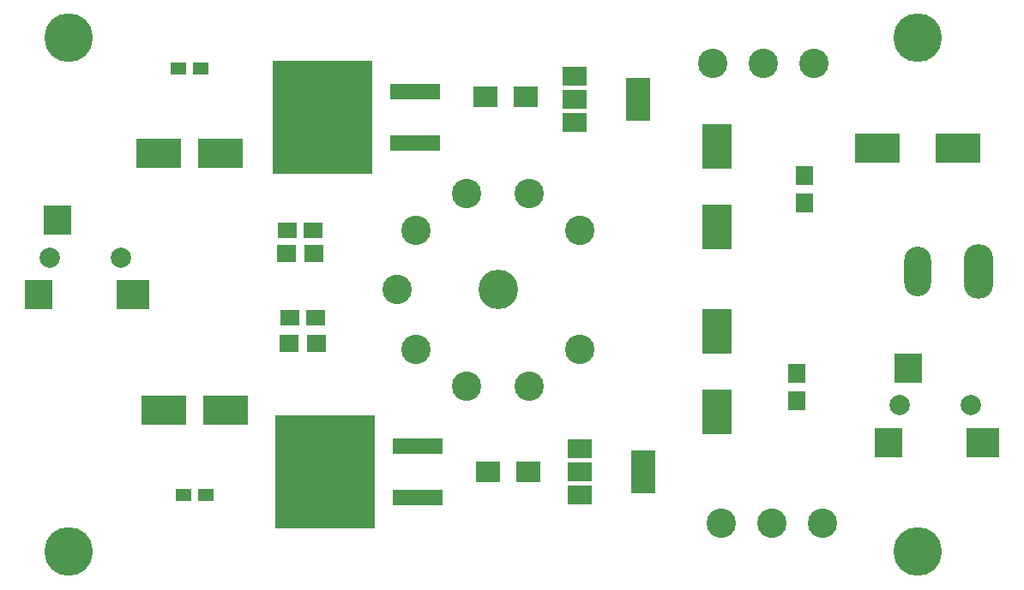
<source format=gts>
G04 #@! TF.FileFunction,Soldermask,Top*
%FSLAX46Y46*%
G04 Gerber Fmt 4.6, Leading zero omitted, Abs format (unit mm)*
G04 Created by KiCad (PCBNEW 4.0.7-e2-6376~58~ubuntu16.04.1) date Sat Jul 28 00:22:21 2018*
%MOMM*%
%LPD*%
G01*
G04 APERTURE LIST*
%ADD10C,0.100000*%
%ADD11O,2.900000X5.400000*%
%ADD12O,2.650000X4.900000*%
%ADD13R,5.000000X1.500000*%
%ADD14R,9.800000X11.200000*%
%ADD15C,1.924000*%
%ADD16R,4.400000X2.900000*%
%ADD17R,2.900000X4.400000*%
%ADD18R,1.900000X1.700000*%
%ADD19R,1.600000X1.300000*%
%ADD20R,2.400000X2.100000*%
%ADD21R,1.700000X1.900000*%
%ADD22C,2.900000*%
%ADD23C,2.899360*%
%ADD24C,3.897580*%
%ADD25R,2.400000X4.200000*%
%ADD26R,2.400000X1.900000*%
%ADD27R,1.900000X1.650000*%
%ADD28R,2.800000X2.950000*%
%ADD29R,3.300000X2.950000*%
%ADD30C,2.000000*%
%ADD31C,4.800000*%
%ADD32C,1.100000*%
G04 APERTURE END LIST*
D10*
D11*
X201580000Y-117094000D03*
D12*
X195580000Y-117094000D03*
D13*
X146237000Y-139446000D03*
X146237000Y-134366000D03*
D14*
X137087000Y-136906000D03*
D15*
X134112000Y-139446000D03*
X139192000Y-139446000D03*
X136652000Y-136906000D03*
X139192000Y-134366000D03*
X134112000Y-134366000D03*
D13*
X145983000Y-104394000D03*
X145983000Y-99314000D03*
D14*
X136833000Y-101854000D03*
D15*
X133858000Y-104394000D03*
X138938000Y-104394000D03*
X138938000Y-99314000D03*
X133858000Y-99314000D03*
X136398000Y-101854000D03*
D16*
X121156000Y-130810000D03*
X127256000Y-130810000D03*
D17*
X175768000Y-131000000D03*
X175768000Y-123000000D03*
D16*
X120648000Y-105410000D03*
X126748000Y-105410000D03*
D17*
X175768000Y-104712000D03*
X175768000Y-112712000D03*
D16*
X199580000Y-104902000D03*
X191580000Y-104902000D03*
D18*
X136224000Y-124206000D03*
X133524000Y-124206000D03*
D19*
X125306000Y-139192000D03*
X123106000Y-139192000D03*
D20*
X157194000Y-136906000D03*
X153194000Y-136906000D03*
D21*
X183642000Y-129874000D03*
X183642000Y-127174000D03*
D18*
X135970000Y-115316000D03*
X133270000Y-115316000D03*
D19*
X124798000Y-97028000D03*
X122598000Y-97028000D03*
D20*
X156940000Y-99822000D03*
X152940000Y-99822000D03*
D21*
X184404000Y-107616000D03*
X184404000Y-110316000D03*
D22*
X181182000Y-141986000D03*
X176182000Y-141986000D03*
X186182000Y-141986000D03*
X180340000Y-96520000D03*
X185340000Y-96520000D03*
X175340000Y-96520000D03*
D23*
X162267900Y-124749560D03*
X157264100Y-128381760D03*
X151091900Y-128381760D03*
X146088100Y-124749560D03*
X144178020Y-118872000D03*
X146088100Y-112994440D03*
X151091900Y-109362240D03*
X157264100Y-109362240D03*
X162267900Y-112994440D03*
D24*
X154178000Y-118872000D03*
D25*
X168504000Y-136906000D03*
D26*
X162204000Y-136906000D03*
X162204000Y-139206000D03*
X162204000Y-134606000D03*
D25*
X167996000Y-100076000D03*
D26*
X161696000Y-100076000D03*
X161696000Y-102376000D03*
X161696000Y-97776000D03*
D27*
X136124000Y-121666000D03*
X133624000Y-121666000D03*
X135870000Y-113030000D03*
X133370000Y-113030000D03*
D28*
X108810000Y-119380000D03*
D29*
X118110000Y-119380000D03*
D28*
X110710000Y-112030000D03*
D30*
X109910000Y-115705000D03*
X116910000Y-115705000D03*
D28*
X192758000Y-133977000D03*
D29*
X202058000Y-133977000D03*
D28*
X194658000Y-126627000D03*
D30*
X193858000Y-130302000D03*
X200858000Y-130302000D03*
D31*
X195580000Y-144780000D03*
D32*
X197230000Y-144780000D03*
X196746726Y-145946726D03*
X195580000Y-146430000D03*
X194413274Y-145946726D03*
X193930000Y-144780000D03*
X194413274Y-143613274D03*
X195580000Y-143130000D03*
X196746726Y-143613274D03*
D31*
X195580000Y-93980000D03*
D32*
X197230000Y-93980000D03*
X196746726Y-95146726D03*
X195580000Y-95630000D03*
X194413274Y-95146726D03*
X193930000Y-93980000D03*
X194413274Y-92813274D03*
X195580000Y-92330000D03*
X196746726Y-92813274D03*
D31*
X111760000Y-144780000D03*
D32*
X113410000Y-144780000D03*
X112926726Y-145946726D03*
X111760000Y-146430000D03*
X110593274Y-145946726D03*
X110110000Y-144780000D03*
X110593274Y-143613274D03*
X111760000Y-143130000D03*
X112926726Y-143613274D03*
D31*
X111760000Y-93980000D03*
D32*
X113410000Y-93980000D03*
X112926726Y-95146726D03*
X111760000Y-95630000D03*
X110593274Y-95146726D03*
X110110000Y-93980000D03*
X110593274Y-92813274D03*
X111760000Y-92330000D03*
X112926726Y-92813274D03*
M02*

</source>
